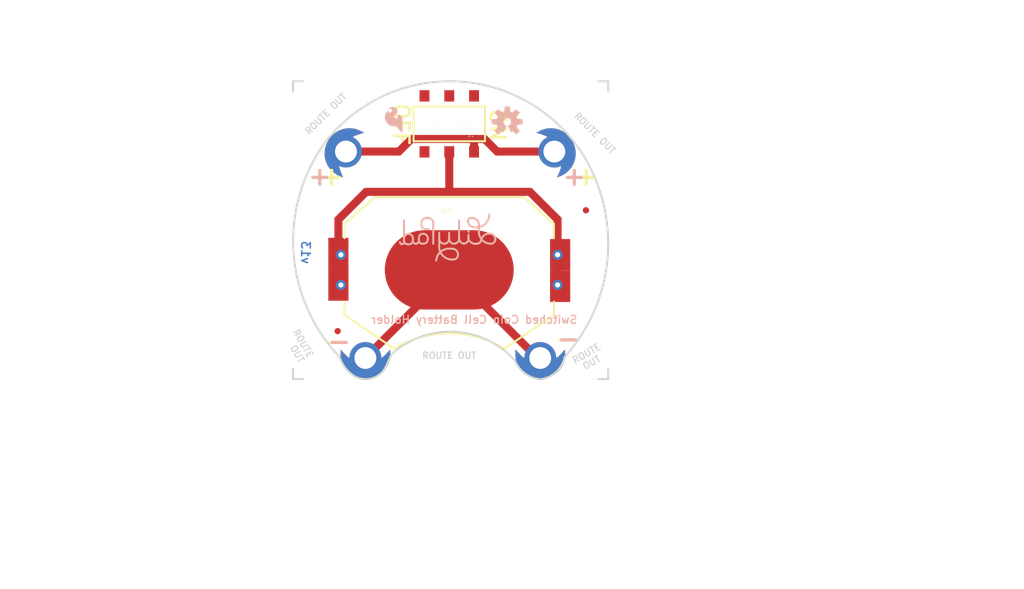
<source format=kicad_pcb>
(kicad_pcb (version 20211014) (generator pcbnew)
  (layers (0 "F.Cu" signal) (31 "B.Cu" signal) (34 "B.Paste" user) (35 "F.Paste" user) (36 "B.SilkS" user "B.Silkscreen") (37 "F.SilkS" user "F.Silkscreen") (38 "B.Mask" user) (39 "F.Mask" user) (44 "Edge.Cuts" user))
  (net 0 "")
  (net 1 "N$1")
  (net 2 "N$2")
  (net 3 "GND")
  (footprint "boardEagle:BATTCON_20MM_4LEGS" (layer "F.Cu") (at 148.3614 109.000557)
    (fp_text reference "BAT1" (at -0.889 -5.969) (layer "F.SilkS") (effects (font (size 0.376489 0.376489) (thickness 0.029911)) (justify left)))
    (fp_text value "20mm coincell")
    (fp_line (start -10.55 -3.2) (end -10.55 -4.65) (layer "F.SilkS") (width 0.2032))
    (fp_line (start 10.55 4.55) (end 5.55 7.95) (layer "F.SilkS") (width 0.2032))
    (fp_line (start -5.55 7.95) (end -10.55 4.55) (layer "F.SilkS") (width 0.2032))
    (fp_line (start -7.5 -7.35) (end -10.55 -4.65) (layer "F.SilkS") (width 0.2032))
    (fp_line (start 10.55 -4.65) (end 10.55 -3.2) (layer "F.SilkS") (width 0.2032))
    (fp_line (start 10.55 4.55) (end 10.55 3.2) (layer "F.SilkS") (width 0.2032))
    (fp_line (start 7.5 -7.35) (end 10.55 -4.65) (layer "F.SilkS") (width 0.2032))
    (fp_line (start -7.5 -7.35) (end 7.5 -7.35) (layer "F.SilkS") (width 0.2032))
    (fp_line (start -10.55 4.55) (end -10.55 3.2) (layer "F.SilkS") (width 0.2032))
    (fp_arc (start -5.549999 7.949999) (mid 0.000001 6.400001) (end 5.55 7.95) (layer "F.SilkS") (width 0.2032))
    (pad "NEGATIVE" smd roundrect (at 0 0) (size 13 8) (layers "F.Cu" "F.Mask") (roundrect_rratio 0.5) (net 3 "GND"))
    (pad "POSITIVE@1" smd rect (at -11.176 -1.651 180) (size 2.032 3.175) (layers "F.Cu" "F.Mask") (net 1 "N$1"))
    (pad "POSITIVE@2" smd rect (at -11.176 1.524) (size 2.032 3.175) (layers "F.Cu" "F.Mask") (net 1 "N$1"))
    (pad "POSITIVE@3" smd rect (at 11.176 -1.524 180) (size 2.032 3.175) (layers "F.Cu" "F.Mask") (net 1 "N$1"))
    (pad "POSITIVE@4" smd rect (at 11.176 1.651) (size 2.032 3.175) (layers "F.Cu" "F.Mask") (net 1 "N$1"))
  )
  (footprint "boardEagle:PETAL-SMALL-2SIDE" (layer "F.Cu") (at 157.5308 117.890557)
    (fp_text reference "BATB-2" hide)
    (fp_text value "SEWTAP6" hide)
    (fp_poly (pts (xy -1.854655 -0.173117) (xy -1.587233 0.02496) (xy -1.296131 0.192254) (xy -0.987629 0.324761) (xy -0.665876 0.420699) (xy -0.335186 0.478783) (xy -0.000001 0.49823) (xy 0.335185 0.478783) (xy 0.665875 0.4207) (xy 0.987628 0.324762) (xy 1.29613 0.192254) (xy 1.587231 0.024961) (xy 1.857026 -0.174874) (xy 2.101909 -0.404578) (xy 2.32514 -0.668824) (xy 2.493638 -0.837322) (xy 2.51214 -0.289809) (xy 2.481402 0.029121) (xy 2.409619 0.341384) (xy 2.298003 0.641723) (xy 2.148431 0.925078) (xy 1.963424 1.186677) (xy 1.746098 1.422114) (xy 1.500112 1.627423) (xy 1.22961 1.799149) (xy 0.939146 1.934398) (xy 0.633613 2.030893) (xy 0.318157 2.087007) (xy 0.002347 2.1016) (xy -0.002346 2.1016) (xy -0.318157 2.087008) (xy -0.633613 2.030893) (xy -0.939146 1.934399) (xy -1.22961 1.79915) (xy -1.500112 1.627424) (xy -1.746098 1.422115) (xy -1.963425 1.186678) (xy -2.148432 0.925079) (xy -2.298003 0.641724) (xy -2.409619 0.341385) (xy -2.481402 0.029122) (xy -2.512141 -0.289808) (xy -2.5016 -0.601715) (xy -2.5016 -0.854591)) (layer "F.Cu") (width 0) (fill solid))
    (fp_poly (pts (xy 2.5016 -0.601715) (xy 2.512141 -0.289808) (xy 2.481402 0.029122) (xy 2.409619 0.341385) (xy 2.298003 0.641724) (xy 2.148432 0.925079) (xy 1.963425 1.186678) (xy 1.746098 1.422115) (xy 1.500112 1.627424) (xy 1.22961 1.79915) (xy 0.939146 1.934399) (xy 0.633613 2.030893) (xy 0.318157 2.087008) (xy 0.002346 2.1016) (xy -0.002347 2.1016) (xy -0.318157 2.087007) (xy -0.633613 2.030893) (xy -0.939146 1.934398) (xy -1.22961 1.799149) (xy -1.500112 1.627423) (xy -1.746098 1.422114) (xy -1.963424 1.186677) (xy -2.148431 0.925078) (xy -2.298003 0.641723) (xy -2.409619 0.341384) (xy -2.482146 0.025885) (xy -2.50954 -0.853224) (xy -2.32514 -0.668824) (xy -2.101909 -0.404578) (xy -1.857026 -0.174874) (xy -1.587231 0.024961) (xy -1.29613 0.192254) (xy -0.987628 0.324762) (xy -0.665875 0.4207) (xy -0.335185 0.478783) (xy 0.000001 0.49823) (xy 0.335186 0.478783) (xy 0.665876 0.420699) (xy 0.987629 0.324761) (xy 1.296131 0.192254) (xy 1.587233 0.02496) (xy 1.854655 -0.173117) (xy 2.5016 -0.854591)) (layer "B.Cu") (width 0) (fill solid))
    (pad "1" thru_hole circle (at 0 0 90) (size 3.216 3.216) (drill 2.2) (layers *.Cu *.Mask) (net 3 "GND"))
  )
  (footprint "boardEagle:MICRO-FIDUCIAL" (layer "F.Cu") (at 137.11174 115.177839)
    (fp_text reference "FD2" hide)
    (fp_text value "FIDUCIALUFIDUCIAL" hide)
    (pad "1" smd roundrect (at 0 0) (size 0.635 0.635) (layers "F.Cu" "F.Mask") (roundrect_rratio 0.5))
  )
  (footprint "boardEagle:PETAL-SMALL-2SIDE" (layer "F.Cu") (at 158.9532 97.062557 115)
    (fp_text reference "BATT+2" hide)
    (fp_text value "SEWTAP6" hide)
    (fp_poly (pts (xy -1.854655 -0.173117) (xy -1.587233 0.02496) (xy -1.296131 0.192254) (xy -0.987629 0.324761) (xy -0.665876 0.420699) (xy -0.335186 0.478783) (xy -0.000001 0.49823) (xy 0.335185 0.478783) (xy 0.665875 0.4207) (xy 0.987628 0.324762) (xy 1.29613 0.192254) (xy 1.587231 0.024961) (xy 1.857026 -0.174874) (xy 2.101909 -0.404578) (xy 2.32514 -0.668824) (xy 2.493638 -0.837322) (xy 2.51214 -0.289809) (xy 2.481402 0.029121) (xy 2.409619 0.341384) (xy 2.298003 0.641723) (xy 2.148431 0.925078) (xy 1.963424 1.186677) (xy 1.746098 1.422114) (xy 1.500112 1.627423) (xy 1.22961 1.799149) (xy 0.939146 1.934398) (xy 0.633613 2.030893) (xy 0.318157 2.087007) (xy 0.002347 2.1016) (xy -0.002346 2.1016) (xy -0.318157 2.087008) (xy -0.633613 2.030893) (xy -0.939146 1.934399) (xy -1.22961 1.79915) (xy -1.500112 1.627424) (xy -1.746098 1.422115) (xy -1.963425 1.186678) (xy -2.148432 0.925079) (xy -2.298003 0.641724) (xy -2.409619 0.341385) (xy -2.481402 0.029122) (xy -2.512141 -0.289808) (xy -2.5016 -0.601715) (xy -2.5016 -0.854591)) (layer "F.Cu") (width 0) (fill solid))
    (fp_poly (pts (xy 2.5016 -0.601715) (xy 2.512141 -0.289808) (xy 2.481402 0.029122) (xy 2.409619 0.341385) (xy 2.298003 0.641724) (xy 2.148432 0.925079) (xy 1.963425 1.186678) (xy 1.746098 1.422115) (xy 1.500112 1.627424) (xy 1.22961 1.79915) (xy 0.939146 1.934399) (xy 0.633613 2.030893) (xy 0.318157 2.087008) (xy 0.002346 2.1016) (xy -0.002347 2.1016) (xy -0.318157 2.087007) (xy -0.633613 2.030893) (xy -0.939146 1.934398) (xy -1.22961 1.799149) (xy -1.500112 1.627423) (xy -1.746098 1.422114) (xy -1.963424 1.186677) (xy -2.148431 0.925078) (xy -2.298003 0.641723) (xy -2.409619 0.341384) (xy -2.482146 0.025885) (xy -2.50954 -0.853224) (xy -2.32514 -0.668824) (xy -2.101909 -0.404578) (xy -1.857026 -0.174874) (xy -1.587231 0.024961) (xy -1.29613 0.192254) (xy -0.987628 0.324762) (xy -0.665875 0.4207) (xy -0.335185 0.478783) (xy 0.000001 0.49823) (xy 0.335186 0.478783) (xy 0.665876 0.420699) (xy 0.987629 0.324761) (xy 1.296131 0.192254) (xy 1.587233 0.02496) (xy 1.854655 -0.173117) (xy 2.5016 -0.854591)) (layer "B.Cu") (width 0) (fill solid))
    (pad "1" thru_hole circle (at 0 0 205) (size 3.216 3.216) (drill 2.2) (layers *.Cu *.Mask) (net 2 "N$2"))
  )
  (footprint "boardEagle:PETAL-SMALL-2SIDE" (layer "F.Cu") (at 137.9474 97.062557 -115)
    (fp_text reference "BATT+0" hide)
    (fp_text value "SEWTAP6" hide)
    (fp_poly (pts (xy -1.854655 -0.173117) (xy -1.587233 0.02496) (xy -1.296131 0.192254) (xy -0.987629 0.324761) (xy -0.665876 0.420699) (xy -0.335186 0.478783) (xy -0.000001 0.49823) (xy 0.335185 0.478783) (xy 0.665875 0.4207) (xy 0.987628 0.324762) (xy 1.29613 0.192254) (xy 1.587231 0.024961) (xy 1.857026 -0.174874) (xy 2.101909 -0.404578) (xy 2.32514 -0.668824) (xy 2.493638 -0.837322) (xy 2.51214 -0.289809) (xy 2.481402 0.029121) (xy 2.409619 0.341384) (xy 2.298003 0.641723) (xy 2.148431 0.925078) (xy 1.963424 1.186677) (xy 1.746098 1.422114) (xy 1.500112 1.627423) (xy 1.22961 1.799149) (xy 0.939146 1.934398) (xy 0.633613 2.030893) (xy 0.318157 2.087007) (xy 0.002347 2.1016) (xy -0.002346 2.1016) (xy -0.318157 2.087008) (xy -0.633613 2.030893) (xy -0.939146 1.934399) (xy -1.22961 1.79915) (xy -1.500112 1.627424) (xy -1.746098 1.422115) (xy -1.963425 1.186678) (xy -2.148432 0.925079) (xy -2.298003 0.641724) (xy -2.409619 0.341385) (xy -2.481402 0.029122) (xy -2.512141 -0.289808) (xy -2.5016 -0.601715) (xy -2.5016 -0.854591)) (layer "F.Cu") (width 0) (fill solid))
    (fp_poly (pts (xy 2.5016 -0.601715) (xy 2.512141 -0.289808) (xy 2.481402 0.029122) (xy 2.409619 0.341385) (xy 2.298003 0.641724) (xy 2.148432 0.925079) (xy 1.963425 1.186678) (xy 1.746098 1.422115) (xy 1.500112 1.627424) (xy 1.22961 1.79915) (xy 0.939146 1.934399) (xy 0.633613 2.030893) (xy 0.318157 2.087008) (xy 0.002346 2.1016) (xy -0.002347 2.1016) (xy -0.318157 2.087007) (xy -0.633613 2.030893) (xy -0.939146 1.934398) (xy -1.22961 1.799149) (xy -1.500112 1.627423) (xy -1.746098 1.422114) (xy -1.963424 1.186677) (xy -2.148431 0.925078) (xy -2.298003 0.641723) (xy -2.409619 0.341384) (xy -2.482146 0.025885) (xy -2.50954 -0.853224) (xy -2.32514 -0.668824) (xy -2.101909 -0.404578) (xy -1.857026 -0.174874) (xy -1.587231 0.024961) (xy -1.29613 0.192254) (xy -0.987628 0.324762) (xy -0.665875 0.4207) (xy -0.335185 0.478783) (xy 0.000001 0.49823) (xy 0.335186 0.478783) (xy 0.665876 0.420699) (xy 0.987629 0.324761) (xy 1.296131 0.192254) (xy 1.587233 0.02496) (xy 1.854655 -0.173117) (xy 2.5016 -0.854591)) (layer "B.Cu") (width 0) (fill solid))
    (pad "1" thru_hole circle (at 0 0 335) (size 3.216 3.216) (drill 2.2) (layers *.Cu *.Mask) (net 2 "N$2"))
  )
  (footprint "boardEagle:CREATIVE_COMMONS" (layer "F.Cu") (at 123.393197 129.724416)
    (fp_text reference "FRAME1" hide)
    (fp_text value "FRAME-LETTER" hide)
  )
  (footprint "boardEagle:MICRO-FIDUCIAL" (layer "F.Cu") (at 162.14344 102.988376)
    (fp_text reference "FD1" hide)
    (fp_text value "FIDUCIALUFIDUCIAL" hide)
    (pad "1" smd roundrect (at 0 0) (size 0.635 0.635) (layers "F.Cu" "F.Mask") (roundrect_rratio 0.5))
  )
  (footprint "boardEagle:REVISION" (layer "F.Cu") (at 134.782559 132.299978)
    (fp_text reference "U$1" hide)
    (fp_text value "REVISION" hide)
  )
  (footprint "boardEagle:AYZ0202" (layer "F.Cu") (at 148.3614 94.268557 180)
    (fp_text reference "S1" (at -2.54 -1.143) (layer "F.SilkS") (effects (font (size 0.376489 0.376489) (thickness 0.029911)) (justify right)))
    (fp_text value "")
    (fp_line (start -3.6 1.75) (end 3.6 1.75) (layer "F.SilkS") (width 0.2032))
    (fp_line (start 3.6 1.75) (end 3.6 -1.75) (layer "F.SilkS") (width 0.2032))
    (fp_line (start 3.6 -1.75) (end -3.6 -1.75) (layer "F.SilkS") (width 0.2032))
    (fp_line (start -3.6 -1.75) (end -3.6 1.75) (layer "F.SilkS") (width 0.2032))
    (pad "" np_thru_hole circle (at -1.5 0 180) (size 0.85 0.85) (drill 0.85) (layers *.Cu *.Mask))
    (pad "" np_thru_hole circle (at 1.5 0 180) (size 0.85 0.85) (drill 0.85) (layers *.Cu *.Mask))
    (pad "1" smd rect (at -2.5 -2.825 180) (size 1 1.15) (layers "F.Cu" "F.Paste" "F.Mask") (net 2 "N$2"))
    (pad "2" smd rect (at 0 -2.825 180) (size 1 1.15) (layers "F.Cu" "F.Paste" "F.Mask") (net 1 "N$1"))
    (pad "3" smd rect (at 2.5 -2.825 180) (size 1 1.15) (layers "F.Cu" "F.Paste" "F.Mask"))
    (pad "4" smd rect (at -2.5 2.825 180) (size 1 1.15) (layers "F.Cu" "F.Paste" "F.Mask"))
    (pad "5" smd rect (at 0 2.825 180) (size 1 1.15) (layers "F.Cu" "F.Paste" "F.Mask"))
    (pad "6" smd rect (at 2.5 2.825 180) (size 1 1.15) (layers "F.Cu" "F.Paste" "F.Mask"))
  )
  (footprint "boardEagle:PETAL-SMALL-2SIDE" (layer "F.Cu") (at 139.9032 117.890557)
    (fp_text reference "BATB-0" hide)
    (fp_text value "SEWTAP6" hide)
    (fp_poly (pts (xy -1.854655 -0.173117) (xy -1.587233 0.02496) (xy -1.296131 0.192254) (xy -0.987629 0.324761) (xy -0.665876 0.420699) (xy -0.335186 0.478783) (xy -0.000001 0.49823) (xy 0.335185 0.478783) (xy 0.665875 0.4207) (xy 0.987628 0.324762) (xy 1.29613 0.192254) (xy 1.587231 0.024961) (xy 1.857026 -0.174874) (xy 2.101909 -0.404578) (xy 2.32514 -0.668824) (xy 2.493638 -0.837322) (xy 2.51214 -0.289809) (xy 2.481402 0.029121) (xy 2.409619 0.341384) (xy 2.298003 0.641723) (xy 2.148431 0.925078) (xy 1.963424 1.186677) (xy 1.746098 1.422114) (xy 1.500112 1.627423) (xy 1.22961 1.799149) (xy 0.939146 1.934398) (xy 0.633613 2.030893) (xy 0.318157 2.087007) (xy 0.002347 2.1016) (xy -0.002346 2.1016) (xy -0.318157 2.087008) (xy -0.633613 2.030893) (xy -0.939146 1.934399) (xy -1.22961 1.79915) (xy -1.500112 1.627424) (xy -1.746098 1.422115) (xy -1.963425 1.186678) (xy -2.148432 0.925079) (xy -2.298003 0.641724) (xy -2.409619 0.341385) (xy -2.481402 0.029122) (xy -2.512141 -0.289808) (xy -2.5016 -0.601715) (xy -2.5016 -0.854591)) (layer "F.Cu") (width 0) (fill solid))
    (fp_poly (pts (xy 2.5016 -0.601715) (xy 2.512141 -0.289808) (xy 2.481402 0.029122) (xy 2.409619 0.341385) (xy 2.298003 0.641724) (xy 2.148432 0.925079) (xy 1.963425 1.186678) (xy 1.746098 1.422115) (xy 1.500112 1.627424) (xy 1.22961 1.79915) (xy 0.939146 1.934399) (xy 0.633613 2.030893) (xy 0.318157 2.087008) (xy 0.002346 2.1016) (xy -0.002347 2.1016) (xy -0.318157 2.087007) (xy -0.633613 2.030893) (xy -0.939146 1.934398) (xy -1.22961 1.799149) (xy -1.500112 1.627423) (xy -1.746098 1.422114) (xy -1.963424 1.186677) (xy -2.148431 0.925078) (xy -2.298003 0.641723) (xy -2.409619 0.341384) (xy -2.482146 0.025885) (xy -2.50954 -0.853224) (xy -2.32514 -0.668824) (xy -2.101909 -0.404578) (xy -1.857026 -0.174874) (xy -1.587231 0.024961) (xy -1.29613 0.192254) (xy -0.987628 0.324762) (xy -0.665875 0.4207) (xy -0.335185 0.478783) (xy 0.000001 0.49823) (xy 0.335186 0.478783) (xy 0.665876 0.420699) (xy 0.987629 0.324761) (xy 1.296131 0.192254) (xy 1.587233 0.02496) (xy 1.854655 -0.173117) (xy 2.5016 -0.854591)) (layer "B.Cu") (width 0) (fill solid))
    (pad "1" thru_hole circle (at 0 0 90) (size 3.216 3.216) (drill 2.2) (layers *.Cu *.Mask) (net 3 "GND"))
  )
  (footprint "boardEagle:LOGO-LILYPAD" (layer "B.Cu") (at 148.1582 105.393757 180)
    (fp_text reference "U$3" hide)
    (fp_text value "" hide)
    (fp_line (start -0.59 -2.565) (end -0.49 -2.565) (layer "B.SilkS") (width 0.2032))
    (fp_line (start 2.56 -0.965) (end 2.36 -0.965) (layer "B.SilkS") (width 0.2032))
    (fp_line (start 1.41 -0.965) (end 1.41 1.135) (layer "B.SilkS") (width 0.2032))
    (fp_line (start -0.19 -0.465) (end -0.19 0.135) (layer "B.SilkS") (width 0.2032))
    (fp_line (start -0.49 -1.465) (end -0.29 -1.465) (layer "B.SilkS") (width 0.2032))
    (fp_line (start 0.81 -0.465) (end 0.81 0.135) (layer "B.SilkS") (width 0.2032))
    (fp_line (start 2.86 -0.365) (end 2.86 -0.565) (layer "B.SilkS") (width 0.2032))
    (fp_line (start 2.36 0.035) (end 2.46 0.035) (layer "B.SilkS") (width 0.2032))
    (fp_line (start 3.46 -0.765) (end 3.46 -0.715) (layer "B.SilkS") (width 0.2032))
    (fp_line (start 2.11 0.485) (end 1.81 0.485) (layer "B.SilkS") (width 0.2032))
    (fp_line (start -3.19 0.235) (end -3.19 0.935) (layer "B.SilkS") (width 0.2032))
    (fp_line (start -2.94 0.685) (end -2.79 0.685) (layer "B.SilkS") (width 0.2032))
    (fp_line (start -2.49 1.635) (end -2.39 1.635) (layer "B.SilkS") (width 0.2032))
    (fp_line (start -2.14 -0.365) (end -2.14 -0.065) (layer "B.SilkS") (width 0.2032))
    (fp_line (start -2.14 -0.365) (end -2.14 -0.515) (layer "B.SilkS") (width 0.2032))
    (fp_line (start 4.36 -0.615) (end 4.36 1.385) (layer "B.SilkS") (width 0.2032))
    (fp_line (start -1.19 -0.265) (end -1.19 1.385) (layer "B.SilkS") (width 0.2032))
    (fp_line (start 2.61 1.135) (end 2.61 0.935) (layer "B.SilkS") (width 0.2032))
    (fp_line (start 3.46 -0.715) (end 3.46 -0.465) (layer "B.SilkS") (width 0.2032))
    (fp_line (start -1.19 -0.465) (end -1.19 -0.415) (layer "B.SilkS") (width 0.2032))
    (fp_line (start 4.36 -0.715) (end 4.36 -0.815) (layer "B.SilkS") (width 0.2032))
    (fp_line (start 0.81 -1.265) (end 0.81 -0.465) (layer "B.SilkS") (width 0.2032))
    (fp_line (start -2.14 0.235) (end -2.14 0.285) (layer "B.SilkS") (width 0.2032))
    (fp_arc (start -3.44 -0.565) (mid -3.790736 -0.068249) (end -4.39 0.035) (layer "B.SilkS") (width 0.2032))
    (fp_arc (start 0.31 -0.965) (mid 0.663553 -0.818553) (end 0.81 -0.465) (layer "B.SilkS") (width 0.2032))
    (fp_arc (start 2.36 0.035) (mid 2.056447 -0.132157) (end 1.96 -0.465) (layer "B.SilkS") (width 0.2032))
    (fp_arc (start -0.19 -0.465) (mid -0.043553 -0.818553) (end 0.31 -0.965) (layer "B.SilkS") (width 0.2032))
    (fp_arc (start 4.36 -0.815) (mid 4.418579 -0.956421) (end 4.56 -1.015) (layer "B.SilkS") (width 0.2032))
    (fp_arc (start 4.56 -1.015) (mid 4.701421 -0.956421) (end 4.76 -0.815) (layer "B.SilkS") (width 0.2032))
    (fp_arc (start -2.14 -0.365) (mid -2.039264 -0.758198) (end -1.69 -0.965) (layer "B.SilkS") (width 0.2032))
    (fp_arc (start 2.56 -0.965) (mid 2.792843 -0.827132) (end 2.86 -0.565) (layer "B.SilkS") (width 0.2032))
    (fp_arc (start 4.36 -0.715) (mid 4.372311 -0.615) (end 4.36 -0.515) (layer "B.SilkS") (width 0.2032))
    (fp_arc (start -4.24 1.985) (mid -3.859239 1.065761) (end -2.94 0.685) (layer "B.SilkS") (width 0.2032))
    (fp_arc (start -1.19 -0.415) (mid -1.187119 -0.34) (end -1.19 -0.265) (layer "B.SilkS") (width 0.2032))
    (fp_arc (start -3.190001 -0.914999) (mid -2.582158 -0.932462) (end -2.14 -0.515) (layer "B.SilkS") (width 0.2032))
    (fp_arc (start -2.09 1.335) (mid -2.177868 1.547132) (end -2.39 1.635) (layer "B.SilkS") (width 0.2032))
    (fp_arc (start -3.44 -0.565) (mid -3.222842 -0.889264) (end -2.839999 -0.964999) (layer "B.SilkS") (width 0.2032))
    (fp_arc (start -1.19 -0.465) (mid -1.043553 -0.818553) (end -0.69 -0.965) (layer "B.SilkS") (width 0.2032))
    (fp_arc (start 2.86 -0.565) (mid 2.902157 -0.816777) (end 3.11 -0.965) (layer "B.SilkS") (width 0.2032))
    (fp_arc (start 1.959999 -0.464999) (mid 2.056446 -0.797842) (end 2.36 -0.965) (layer "B.SilkS") (width 0.2032))
    (fp_arc (start -4.39 -0.965) (mid -3.541472 -0.613528) (end -3.19 0.235) (layer "B.SilkS") (width 0.2032))
    (fp_arc (start -4.84 -0.565) (mid -4.697843 -0.858198) (end -4.39 -0.965) (layer "B.SilkS") (width 0.2032))
    (fp_arc (start -2.49 1.635) (mid -2.984975 1.429975) (end -3.19 0.935) (layer "B.SilkS") (width 0.2032))
    (fp_arc (start 3.91 0.035) (mid 3.581447 -0.121802) (end 3.46 -0.465) (layer "B.SilkS") (width 0.2032))
    (fp_arc (start -1.09 -2.065) (mid -0.943553 -2.418553) (end -0.59 -2.565) (layer "B.SilkS") (width 0.2032))
    (fp_arc (start 4.059999 -1.015) (mid 4.251547 -0.906548) (end 4.36 -0.715) (layer "B.SilkS") (width 0.2032))
    (fp_arc (start -2.79 0.685) (mid -2.305381 0.865025) (end -2.09 1.335) (layer "B.SilkS") (width 0.2032))
    (fp_arc (start -4.39 0.035) (mid -4.739264 -0.171802) (end -4.84 -0.565) (layer "B.SilkS") (width 0.2032))
    (fp_arc (start -1.690001 -0.965) (mid -1.338239 -0.782511) (end -1.19 -0.415) (layer "B.SilkS") (width 0.2032))
    (fp_arc (start 2.01 1.635) (mid 1.606447 1.509264) (end 1.41 1.135) (layer "B.SilkS") (width 0.2032))
    (fp_arc (start 3.11 -0.965) (mid 3.326421 -0.937487) (end 3.46 -0.765) (layer "B.SilkS") (width 0.2032))
    (fp_arc (start 2.109999 0.484999) (mid 2.453171 0.606475) (end 2.61 0.935) (layer "B.SilkS") (width 0.2032))
    (fp_arc (start 2.86 -0.365) (mid 2.742843 -0.082157) (end 2.46 0.035) (layer "B.SilkS") (width 0.2032))
    (fp_arc (start -0.69 -0.965) (mid -0.336447 -0.818553) (end -0.19 -0.465) (layer "B.SilkS") (width 0.2032))
    (fp_arc (start -0.49 -2.565) (mid 0.429239 -2.184239) (end 0.81 -1.265) (layer "B.SilkS") (width 0.2032))
    (fp_arc (start -0.489999 -1.464999) (mid -0.914264 -1.640735) (end -1.09 -2.065) (layer "B.SilkS") (width 0.2032))
    (fp_arc (start 1.11 -2.665) (mid 0.658528 -1.775051) (end -0.29 -1.465) (layer "B.SilkS") (width 0.2032))
    (fp_arc (start 4.36 -0.515) (mid 4.248909 -0.146802) (end 3.91 0.035) (layer "B.SilkS") (width 0.2032))
    (fp_arc (start 3.46 -0.715) (mid 3.697868 -0.989264) (end 4.06 -1.015) (layer "B.SilkS") (width 0.2032))
    (fp_arc (start 2.609999 1.134999) (mid 2.413529 1.509234) (end 2.01 1.635) (layer "B.SilkS") (width 0.2032))
  )
  (footprint "boardEagle:OSHW-LOGO-S" (layer "B.Cu") (at 154.2034 94.065357 180)
    (fp_text reference "LOGO2" hide)
    (fp_text value "OSHW-LOGOS" hide)
    (fp_poly (pts (xy 0.301647 1.061351) (xy 0.42347 1.022344) (xy 0.537177 0.963769) (xy 0.92862 1.282946) (xy 1.282946 0.92862) (xy 0.961035 0.533823) (xy 1.057046 0.302084) (xy 1.5638 0.250561) (xy 1.5638 -0.250561) (xy 1.057046 -0.302084) (xy 0.961035 -0.533823) (xy 1.282946 -0.92862) (xy 0.92862 -1.282946) (xy 0.537177 -0.96377) (xy 0.356601 -1.056794) (xy 0.088679 -0.410073) (xy 0.326262 -0.2176) (xy 0.373649 -0.121468) (xy 0.392729 -0.010339) (xy 0.379464 0.101634) (xy 0.334947 0.205229) (xy 0.262842 0.291918) (xy 0.169087 0.354561) (xy 0.061406 0.387999) (xy -0.051342 0.38948) (xy -0.159868 0.358881) (xy -0.255234 0.298724) (xy -0.329589 0.213962) (xy -0.376813 0.111569) (xy -0.392176 0.005767) (xy -0.322923 -0.222565) (xy -0.249312 -0.303773) (xy 0.091677 -0.5081) (xy -0.12929 -0.5081) (xy -0.355332 -1.053732) (xy -0.506597 -0.983577) (xy -0.538922 -0.965192) (xy -0.92862 -1.282946) (xy -1.282946 -0.92862) (xy -0.961035 -0.533823) (xy -1.057046 -0.302084) (xy -1.5638 -0.250561) (xy -1.5638 0.250561) (xy -1.057046 0.302084) (xy -0.961035 0.533823) (xy -1.282946 0.92862) (xy -0.92862 1.282946) (xy -0.533823 0.961035) (xy -0.302084 1.057046) (xy -0.250561 1.5638) (xy 0.250561 1.5638)) (layer "B.SilkS") (width 0) (fill solid))
  )
  (footprint "boardEagle:SFE_LOGO_FLAME_.1" (layer "B.Cu") (at 143.9164 95.487757 180)
    (fp_text reference "LOGO1" hide)
    (fp_text value "SFE_LOGO_FLAME.1_INCH" hide)
    (fp_poly (pts (xy 1.412844 2.906175) (xy 1.560112 2.832541) (xy 1.605026 2.798855) (xy 1.681982 2.7219) (xy 1.571006 2.7219) (xy 1.551005 2.7319) (xy 1.504689 2.7319) (xy 1.468361 2.722818) (xy 1.422477 2.713641) (xy 1.39011 2.697457) (xy 1.358081 2.673436) (xy 1.343019 2.650843) (xy 1.335288 2.635381) (xy 1.3281 2.613817) (xy 1.3281 2.564689) (xy 1.335361 2.535643) (xy 1.369607 2.484275) (xy 1.425028 2.428854) (xy 1.462016 2.401113) (xy 1.489157 2.383019) (xy 1.523301 2.365947) (xy 1.594689 2.3481) (xy 1.613817 2.3481) (xy 1.629419 2.353301) (xy 1.648687 2.372569) (xy 1.654712 2.384619) (xy 1.6619 2.406183) (xy 1.6619 2.558742) (xy 1.804838 2.469406) (xy 1.890505 2.373031) (xy 1.964662 2.256498) (xy 2.016968 2.099579) (xy 2.048309 1.932428) (xy 2.037811 1.753974) (xy 1.985628 1.555678) (xy 1.881878 1.368928) (xy 1.808618 1.274737) (xy 1.726044 1.192162) (xy 1.642524 1.119083) (xy 1.536984 1.055759) (xy 1.432127 1.013816) (xy 1.318165 0.982735) (xy 1.193153 0.9619) (xy 1.003156 0.9619) (xy 0.953397 0.953607) (xy 0.863627 0.899745) (xy 0.767974 0.804092) (xy 0.647975 0.664094) (xy 0.528159 0.544277) (xy 0.478163 0.484281) (xy 0.430255 0.436373) (xy 0.400257 0.386376) (xy 0.2819 0.268018) (xy 0.2819 1.732372) (xy 0.292559 1.817641) (xy 0.314746 1.895296) (xy 0.380852 2.005474) (xy 0.436664 2.050123) (xy 0.481171 2.083503) (xy 0.539098 2.106674) (xy 0.59313 2.117481) (xy 0.656847 2.1281) (xy 0.788994 2.1281) (xy 0.884319 2.080438) (xy 0.832569 2.028687) (xy 0.784617 2.004711) (xy 0.760581 1.996699) (xy 0.713301 1.949419) (xy 0.7081 1.933817) (xy 0.7081 1.906183) (xy 0.714532 1.886888) (xy 0.729607 1.864275) (xy 0.781412 1.81247) (xy 0.820903 1.796674) (xy 0.863772 1.7881) (xy 0.935311 1.7881) (xy 1.004357 1.805361) (xy 1.053944 1.83842) (xy 1.086004 1.878495) (xy 1.1019 1.926183) (xy 1.1019 1.983091) (xy 1.077224 2.048894) (xy 1.012268 2.113851) (xy 0.931425 2.204799) (xy 0.858661 2.287958) (xy 0.804008 2.386334) (xy 0.7819 2.485818) (xy 0.7819 2.576183) (xy 0.815289 2.676349) (xy 0.871274 2.765925) (xy 0.969046 2.84197) (xy 1.087145 2.906387) (xy 1.206565 2.9281) (xy 1.314182 2.9281)) (layer "B.SilkS") (width 0) (fill solid))
  )
  (gr_arc (start 136.2043 116.675457) (mid 136.2161 116.604657) (end 136.2869 116.616457) (layer "Edge.Cuts") (width 0.008))
  (gr_line (start 136.2456 116.645957) (end 136.7536 117.357157) (layer "Edge.Cuts") (width 0.008))
  (gr_arc (start 158.0492 119.707157) (mid 158.1069 119.750057) (end 158.064 119.807757) (layer "Edge.Cuts") (width 0.008))
  (gr_arc (start 158.0652 119.807557) (mid 158.0065 119.766057) (end 158.048 119.707357) (layer "Edge.Cuts") (width 0.008))
  (gr_arc (start 157.574 120.036857) (mid 156.023468 119.464141) (end 154.9984 118.167457) (layer "Edge.Cuts") (width 0.008))
  (gr_arc (start 142.011398 118.677958) (mid 140.511778 119.951279) (end 138.5824 119.566957) (layer "Edge.Cuts") (width 0.008))
  (gr_arc (start 138.5824 119.566957) (mid 137.811364 118.775126) (end 137.3124 117.788957) (layer "Edge.Cuts") (width 0.008))
  (gr_arc (start 159.9563 117.949857) (mid 159.8845 117.953857) (end 159.8805 117.882057) (layer "Edge.Cuts") (width 0.008))
  (gr_line (start 163.3728 120.024157) (end 164.3888 120.024157) (layer "Edge.Cuts") (width 0.2032))
  (gr_arc (start 159.994599 117.788957) (mid 159.138033 119.293816) (end 157.574 120.036857) (layer "Edge.Cuts") (width 0.008))
  (gr_circle (center 146.8614 94.293957) (end 147.2864 94.293957) (layer "Edge.Cuts") (width 0.008) (fill none))
  (gr_arc (start 138.5824 119.566957) (mid 137.811364 118.775126) (end 137.3124 117.788957) (layer "Edge.Cuts") (width 0.2032))
  (gr_arc (start 135.2375 96.933657) (mid 135.3077 96.918057) (end 135.3233 96.988257) (layer "Edge.Cuts") (width 0.008))
  (gr_arc (start 138.613 119.526457) (mid 138.6229 119.597557) (end 138.5518 119.607457) (layer "Edge.Cuts") (width 0.008))
  (gr_arc (start 135.2804 96.960957) (mid 135.82256 96.176952) (end 136.4234 95.436957) (layer "Edge.Cuts") (width 0.2032))
  (gr_arc (start 138.5518 119.607457) (mid 138.5419 119.536357) (end 138.613 119.526457) (layer "Edge.Cuts") (width 0.008))
  (gr_arc (start 137.3124 117.788957) (mid 132.706506 107.725191) (end 135.2804 96.960957) (layer "Edge.Cuts") (width 0.2032))
  (gr_arc (start 139.3741 120.003657) (mid 139.4411 119.977657) (end 139.4671 120.044657) (layer "Edge.Cuts") (width 0.008))
  (gr_arc (start 137.2641 117.804757) (mid 137.2966 117.740657) (end 137.3607 117.773157) (layer "Edge.Cuts") (width 0.008))
  (gr_line (start 132.6134 119.008157) (end 132.6134 120.024157) (layer "Edge.Cuts") (width 0.2032))
  (gr_arc (start 142.5527 117.573357) (mid 142.481 117.568257) (end 142.4861 117.496557) (layer "Edge.Cuts") (width 0.008))
  (gr_arc (start 142.473 117.514357) (mid 142.54 117.488557) (end 142.5658 117.555557) (layer "Edge.Cuts") (width 0.008))
  (gr_circle (center 149.8614 94.293957) (end 150.2864 94.293957) (layer "Edge.Cuts") (width 0.008) (fill none))
  (gr_arc (start 142.0578 118.698557) (mid 141.9908 118.724357) (end 141.965 118.657357) (layer "Edge.Cuts") (width 0.008))
  (gr_arc (start 159.994599 117.788957) (mid 159.138033 119.293816) (end 157.574 120.036857) (layer "Edge.Cuts") (width 0.2032))
  (gr_arc (start 136.7949 117.327657) (mid 136.7831 117.398457) (end 136.7123 117.386657) (layer "Edge.Cuts") (width 0.008))
  (gr_line (start 132.6134 120.024157) (end 133.6294 120.024157) (layer "Edge.Cuts") (width 0.2032))
  (gr_arc (start 137.3124 117.788957) (mid 132.706506 107.725191) (end 135.2804 96.960957) (layer "Edge.Cuts") (width 0.008))
  (gr_line (start 133.6294 89.975957) (end 132.6134 89.975957) (layer "Edge.Cuts") (width 0.2032))
  (gr_arc (start 159.9563 117.949857) (mid 159.8845 117.953857) (end 159.8805 117.882057) (layer "Edge.Cuts") (width 0.008))
  (gr_arc (start 141.9649 118.657357) (mid 142.032 118.631457) (end 142.0579 118.698557) (layer "Edge.Cuts") (width 0.008))
  (gr_arc (start 136.3852 95.403457) (mid 136.4569 95.398757) (end 136.4616 95.470457) (layer "Edge.Cuts") (width 0.008))
  (gr_arc (start 136.7049 117.371557) (mid 136.7392 117.308457) (end 136.8023 117.342757) (layer "Edge.Cuts") (width 0.008))
  (gr_arc (start 139.3741 120.003657) (mid 139.4411 119.977657) (end 139.4671 120.044657) (layer "Edge.Cuts") (width 0.008))
  (gr_arc (start 136.4616 95.470457) (mid 136.3899 95.475157) (end 136.3852 95.403457) (layer "Edge.Cuts") (width 0.008))
  (gr_circle (center 149.8614 94.293957) (end 150.2864 94.293957) (layer "Edge.Cuts") (width 0.008) (fill none))
  (gr_line (start 164.3888 90.991957) (end 164.3888 89.975957) (layer "Edge.Cuts") (width 0.2032))
  (gr_arc (start 135.3233 96.988257) (mid 135.2531 97.003857) (end 135.2375 96.933657) (layer "Edge.Cuts") (width 0.008))
  (gr_line (start 132.6134 89.975957) (end 132.6134 90.991957) (layer "Edge.Cuts") (width 0.2032))
  (gr_arc (start 142.0578 118.698557) (mid 141.9908 118.724357) (end 141.965 118.657357) (layer "Edge.Cuts") (width 0.008))
  (gr_line (start 164.3888 89.975957) (end 163.3728 89.975957) (layer "Edge.Cuts") (width 0.2032))
  (gr_arc (start 136.3852 95.403457) (mid 136.4569 95.398757) (end 136.4616 95.470457) (layer "Edge.Cuts") (width 0.008))
  (gr_arc (start 142.473 117.514357) (mid 142.54 117.488557) (end 142.5658 117.555557) (layer "Edge.Cuts") (width 0.008))
  (gr_arc (start 136.423399 95.436957) (mid 149.821658 90.033128) (end 162.052 97.722957) (layer "Edge.Cuts") (width 0.2032))
  (gr_line (start 164.3888 120.024157) (end 164.3888 119.008157) (layer "Edge.Cuts") (width 0.2032))
  (gr_arc (start 142.5527 117.573357) (mid 142.481 117.568257) (end 142.4861 117.496557) (layer "Edge.Cuts") (width 0.008))
  (gr_arc (start 142.011398 118.677958) (mid 140.511778 119.951279) (end 138.5824 119.566957) (layer "Edge.Cuts") (width 0.2032))
  (gr_circle (center 146.8614 94.293957) (end 147.2864 94.293957) (layer "Edge.Cuts") (width 0.008) (fill none))
  (gr_arc (start 136.423399 95.436957) (mid 149.821658 90.033128) (end 162.052 97.722957) (layer "Edge.Cuts") (width 0.008))
  (gr_arc (start 135.3233 96.988257) (mid 135.2531 97.003857) (end 135.2375 96.933657) (layer "Edge.Cuts") (width 0.008))
  (gr_line (start 142.0114 118.677957) (end 142.5194 117.534957) (layer "Edge.Cuts") (width 0.2032))
  (gr_arc (start 137.3492 117.753957) (mid 137.3474 117.825757) (end 137.2756 117.823957) (layer "Edge.Cuts") (width 0.008))
  (gr_arc (start 157.574 120.036857) (mid 156.023468 119.464141) (end 154.9984 118.167457) (layer "Edge.Cuts") (width 0.2032))
  (gr_arc (start 136.4616 95.470457) (mid 136.3899 95.475157) (end 136.3852 95.403457) (layer "Edge.Cuts") (width 0.008))
  (gr_arc (start 135.2804 96.960957) (mid 135.82256 96.176952) (end 136.4234 95.436957) (layer "Edge.Cuts") (width 0.008))
  (gr_arc (start 135.2375 96.933657) (mid 135.3077 96.918057) (end 135.3233 96.988257) (layer "Edge.Cuts") (width 0.008))
  (gr_arc (start 159.8684 117.906757) (mid 159.9276 117.865957) (end 159.9684 117.925157) (layer "Edge.Cuts") (width 0.008))
  (gr_arc (start 162.052 97.722957) (mid 164.291933 108.091095) (end 159.9946 117.788957) (layer "Edge.Cuts") (width 0.2032))
  (gr_arc (start 136.2043 116.675457) (mid 136.2161 116.604657) (end 136.2869 116.616457) (layer "Edge.Cuts") (width 0.008))
  (gr_arc (start 136.7049 117.371557) (mid 136.7392 117.308457) (end 136.8023 117.342757) (layer "Edge.Cuts") (width 0.008))
  (gr_arc (start 162.052 97.722957) (mid 164.291933 108.091095) (end 159.9946 117.788957) (layer "Edge.Cuts") (width 0.008))
  (gr_arc (start 138.5518 119.607457) (mid 138.5419 119.536357) (end 138.613 119.526457) (layer "Edge.Cuts") (width 0.008))
  (gr_arc (start 159.8684 117.906757) (mid 159.9276 117.865957) (end 159.9684 117.925157) (layer "Edge.Cuts") (width 0.008))
  (gr_arc (start 137.3492 117.753957) (mid 137.3474 117.825757) (end 137.2756 117.823957) (layer "Edge.Cuts") (width 0.008))
  (gr_arc (start 136.7949 117.327657) (mid 136.7831 117.398457) (end 136.7123 117.386657) (layer "Edge.Cuts") (width 0.008))
  (gr_arc (start 142.5194 117.534957) (mid 148.863392 115.249406) (end 154.9654 118.119157) (layer "Edge.Cuts") (width 0.008))
  (gr_arc (start 137.2641 117.804757) (mid 137.2966 117.740657) (end 137.3607 117.773157) (layer "Edge.Cuts") (width 0.008))
  (gr_arc (start 141.9649 118.657357) (mid 142.032 118.631457) (end 142.0579 118.698557) (layer "Edge.Cuts") (width 0.008))
  (gr_arc (start 138.613 119.526457) (mid 138.6229 119.597557) (end 138.5518 119.607457) (layer "Edge.Cuts") (width 0.008))
  (gr_arc (start 142.5194 117.534957) (mid 148.863392 115.249406) (end 154.9654 118.119157) (layer "Edge.Cuts") (width 0.2032))
  (gr_text "v13" (at 133.3754 108.492557 -90) (layer "B.Cu") (effects (font (size 0.8636 0.8636) (thickness 0.1524)) (justify left bottom mirror)))
  (gr_text "+" (at 162.3314 100.618557) (layer "B.SilkS") (effects (font (size 1.85674 1.85674) (thickness 0.32766)) (justify left bottom mirror)))
  (gr_text "+" (at 136.6774 100.618557) (layer "B.SilkS") (effects (font (size 1.85674 1.85674) (thickness 0.32766)) (justify left bottom mirror)))
  (gr_text "-" (at 159.0294 114.842557) (layer "B.SilkS") (effects (font (size 1.85674 1.85674) (thickness 0.32766)) (justify right top mirror)))
  (gr_text "-" (at 135.9154 115.096557) (layer "B.SilkS") (effects (font (size 1.85674 1.85674) (thickness 0.32766)) (justify right top mirror)))
  (gr_text "Switched Coin Cell Battery Holder" (at 161.3408 114.486957) (layer "B.SilkS") (effects (font (size 0.79883 0.79883) (thickness 0.14097)) (justify left bottom mirror)))
  (gr_text "-" (at 161.5694 114.842557) (layer "F.SilkS") (effects (font (size 1.85674 1.85674) (thickness 0.32766)) (justify right top)))
  (gr_text "OFF" (at 142.6464 92.058757 270) (layer "F.SilkS") (effects (font (size 1.5113 1.5113) (thickness 0.2667)) (justify left bottom)))
  (gr_text "+" (at 160.8074 100.618557) (layer "F.SilkS") (effects (font (size 1.85674 1.85674) (thickness 0.32766)) (justify left bottom)))
  (gr_text "-" (at 138.4554 115.096557) (layer "F.SilkS") (effects (font (size 1.85674 1.85674) (thickness 0.32766)) (justify right top)))
  (gr_text "ON" (at 152.3746 92.642957 270) (layer "F.SilkS") (effects (font (size 1.5113 1.5113) (thickness 0.2667)) (justify left bottom)))
  (gr_text "+" (at 135.1534 100.618557) (layer "F.SilkS") (effects (font (size 1.85674 1.85674) (thickness 0.32766)) (justify left bottom)))
  (gr_text "ROUTE OUT" (at 160.8074 93.506557 315) (layer "Edge.Cuts") (effects (font (size 0.6477 0.6477) (thickness 0.1143)) (justify left bottom)))
  (gr_text "ROUTE\nOUT" (at 134.7724 117.636557 300) (layer "Edge.Cuts") (effects (font (size 0.6477 0.6477) (thickness 0.1143)) (justify right top)))
  (gr_text "ROUTE OUT" (at 135.9154 93.252557 45) (layer "Edge.Cuts") (effects (font (size 0.6477 0.6477) (thickness 0.1143))))
  (gr_text "ROUTE\nOUT" (at 162.4584 117.890557 30) (layer "Edge.Cuts") (effects (font (size 0.6477 0.6477) (thickness 0.1143))))
  (gr_text "ROUTE OUT" (at 148.3614 117.636557) (layer "Edge.Cuts") (effects (font (size 0.6477 0.6477) (thickness 0.1143))))
  (segment (start 148.3614 97.093557) (end 148.3614 101.126557) (width 0.8128) (layer "F.Cu") (net 1))
  (segment (start 137.1854 107.730557) (end 136.9314 107.984557) (width 0.8128) (layer "F.Cu") (net 1))
  (segment (start 160.0454 110.143557) (end 159.5374 110.651557) (width 0.8128) (layer "F.Cu") (net 1))
  (segment (start 159.5374 107.476557) (end 159.2834 107.476557) (width 0.254) (layer "F.Cu") (net 1))
  (segment (start 159.2834 110.524557) (end 159.5374 110.524557) (width 0.8128) (layer "F.Cu") (net 1))
  (segment (start 148.3614 101.126557) (end 156.4894 101.126557) (width 0.8128) (layer "F.Cu") (net 1))
  (segment (start 156.4894 101.126557) (end 159.2834 103.920557) (width 0.8128) (layer "F.Cu") (net 1))
  (segment (start 159.5374 110.524557) (end 160.0454 111.032557) (width 0.8128) (layer "F.Cu") (net 1))
  (segment (start 136.9314 107.984557) (end 136.9314 107.603557) (width 0.8128) (layer "F.Cu") (net 1))
  (segment (start 137.4394 110.524557) (end 137.4394 107.603557) (width 0.8128) (layer "F.Cu") (net 1))
  (segment (start 159.2834 107.476557) (end 159.2834 103.920557) (width 0.8128) (layer "F.Cu") (net 1))
  (segment (start 160.0454 111.032557) (end 160.0454 110.143557) (width 0.8128) (layer "F.Cu") (net 1))
  (segment (start 160.0454 109.762557) (end 160.0454 110.143557) (width 0.8128) (layer "F.Cu") (net 1))
  (segment (start 159.2834 110.524557) (end 159.2834 107.476557) (width 0.8128) (layer "F.Cu") (net 1))
  (segment (start 137.4394 110.524557) (end 137.1854 110.524557) (width 0.8128) (layer "F.Cu") (net 1))
  (segment (start 137.1854 103.920557) (end 137.1854 107.349557) (width 0.8128) (layer "F.Cu") (net 1))
  (segment (start 139.9794 101.126557) (end 148.3614 101.126557) (width 0.8128) (layer "F.Cu") (net 1))
  (segment (start 137.4394 107.603557) (end 137.1854 107.349557) (width 0.8128) (layer "F.Cu") (net 1))
  (segment (start 137.1854 107.349557) (end 137.1854 107.730557) (width 0.8128) (layer "F.Cu") (net 1))
  (segment (start 137.4394 107.603557) (end 137.4394 107.476557) (width 0.8128) (layer "F.Cu") (net 1))
  (segment (start 139.9794 101.126557) (end 137.1854 103.920557) (width 0.8128) (layer "F.Cu") (net 1))
  (via (at 159.2834 107.476557) (size 1.016) (drill 0.508) (layers "F.Cu" "B.Cu") (net 1))
  (via (at 137.4394 110.524557) (size 1.016) (drill 0.508) (layers "F.Cu" "B.Cu") (net 1))
  (via (at 159.2834 110.524557) (size 1.016) (drill 0.508) (layers "F.Cu" "B.Cu") (net 1))
  (via (at 137.4394 107.476557) (size 1.016) (drill 0.508) (layers "F.Cu" "B.Cu") (net 1))
  (segment (start 143.2814 97.062557) (end 144.5514 95.792557) (width 0.8128) (layer "F.Cu") (net 2))
  (segment (start 150.8614 95.832557) (end 150.9014 95.792557) (width 0.8128) (layer "F.Cu") (net 2))
  (segment (start 137.9474 97.062557) (end 143.2814 97.062557) (width 0.8128) (layer "F.Cu") (net 2))
  (segment (start 150.8614 97.093557) (end 150.8614 95.832557) (width 0.8128) (layer "F.Cu") (net 2))
  (segment (start 158.9532 97.062557) (end 153.1874 97.062557) (width 0.8128) (layer "F.Cu") (net 2))
  (segment (start 144.5514 95.792557) (end 150.9014 95.792557) (width 0.8128) (layer "F.Cu") (net 2))
  (segment (start 151.9174 95.792557) (end 153.1874 97.062557) (width 0.8128) (layer "F.Cu") (net 2))
  (segment (start 150.9014 95.792557) (end 151.9174 95.792557) (width 0.8128) (layer "F.Cu") (net 2))
  (segment (start 148.3614 109.000557) (end 148.3614 109.432357) (width 0.8128) (layer "F.Cu") (net 3))
  (segment (start 148.3614 109.432357) (end 139.9032 117.890557) (width 0.8128) (layer "F.Cu") (net 3))
  (segment (start 157.2514 117.890557) (end 148.3614 109.000557) (width 0.8128) (layer "F.Cu") (net 3))
  (segment (start 157.5308 117.890557) (end 157.2514 117.890557) (width 0.8128) (layer "F.Cu") (net 3))
)
</source>
